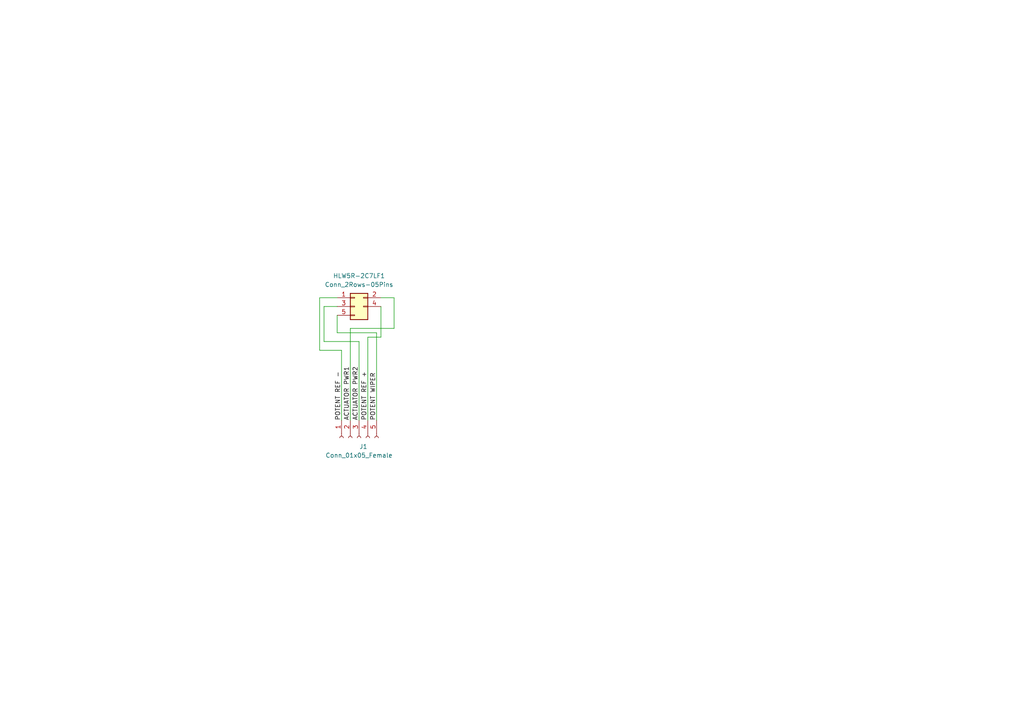
<source format=kicad_sch>
(kicad_sch (version 20211123) (generator eeschema)
  (paper "A4")
  (lib_symbols
    (symbol "Connector:Conn_01x05_Female" (pin_names (offset 1.016) hide)
      (property "Reference" "J" (at 0 7.62 0))
      (property "Value" "Conn_01x05_Female" (at 0 -7.62 0))
      (symbol "Conn_01x05_Female_1_1"
        (arc (start 0 -4.572) (mid -0.508 -5.08) (end 0 -5.588) (stroke (width 0.1524)))
        (arc (start 0 -2.032) (mid -0.508 -2.54) (end 0 -3.048) (stroke (width 0.1524)))
        (polyline (pts (xy -1.27 -5.08) (xy -0.508 -5.08)) (stroke (width 0.1524)))
        (polyline (pts (xy -1.27 -2.54) (xy -0.508 -2.54)) (stroke (width 0.1524)))
        (polyline (pts (xy -1.27 0) (xy -0.508 0)) (stroke (width 0.1524)))
        (polyline (pts (xy -1.27 2.54) (xy -0.508 2.54)) (stroke (width 0.1524)))
        (polyline (pts (xy -1.27 5.08) (xy -0.508 5.08)) (stroke (width 0.1524)))
        (arc (start 0 0.508) (mid -0.508 0) (end 0 -0.508) (stroke (width 0.1524)))
        (arc (start 0 3.048) (mid -0.508 2.54) (end 0 2.032) (stroke (width 0.1524)))
        (arc (start 0 5.588) (mid -0.508 5.08) (end 0 4.572) (stroke (width 0.1524)))
        (pin passive line (at -5.08 5.08 0) (length 3.81) (name "Pin_1") (number "1"))
        (pin passive line (at -5.08 2.54 0) (length 3.81) (name "Pin_2") (number "2"))
        (pin passive line (at -5.08 0 0) (length 3.81) (name "Pin_3") (number "3"))
        (pin passive line (at -5.08 -2.54 0) (length 3.81) (name "Pin_4") (number "4"))
        (pin passive line (at -5.08 -5.08 0) (length 3.81) (name "Pin_5") (number "5"))
      )
    )
    (symbol "Connector_Generic:Conn_2Rows-05Pins" (pin_names (offset 1.016) hide)
      (property "Reference" "J" (at 1.27 5.08 0))
      (property "Value" "Conn_2Rows-05Pins" (at 1.27 -5.08 0))
      (symbol "Conn_2Rows-05Pins_1_1"
        (rectangle (start -1.27 -2.413) (end 0 -2.667) (stroke (width 0.1524)))
        (rectangle (start -1.27 0.127) (end 0 -0.127) (stroke (width 0.1524)))
        (rectangle (start -1.27 2.667) (end 0 2.413) (stroke (width 0.1524)))
        (rectangle (start -1.27 3.81) (end 3.81 -3.81) (stroke (width 0.254)) (fill (type background)))
        (rectangle (start 3.81 0.127) (end 2.54 -0.127) (stroke (width 0.1524)))
        (rectangle (start 3.81 2.667) (end 2.54 2.413) (stroke (width 0.1524)))
        (pin passive line (at -5.08 2.54 0) (length 3.81) (name "Pin_1") (number "1"))
        (pin passive line (at 7.62 2.54 180) (length 3.81) (name "Pin_2") (number "2"))
        (pin passive line (at -5.08 0 0) (length 3.81) (name "Pin_3") (number "3"))
        (pin passive line (at 7.62 0 180) (length 3.81) (name "Pin_4") (number "4"))
        (pin passive line (at -5.08 -2.54 0) (length 3.81) (name "Pin_5") (number "5"))
      )
    )
  )
  (wire (pts (xy 110.49 88.9) (xy 110.49 97.79)))
  (wire (pts (xy 109.22 96.52) (xy 109.22 121.92)))
  (wire (pts (xy 97.79 91.44) (xy 97.79 96.52)))
  (wire (pts (xy 101.6 95.25) (xy 101.6 121.92)))
  (wire (pts (xy 99.06 101.6) (xy 99.06 121.92)))
  (wire (pts (xy 106.68 97.79) (xy 106.68 121.92)))
  (wire (pts (xy 93.98 88.9) (xy 93.98 99.06)))
  (wire (pts (xy 97.79 86.36) (xy 92.71 86.36)))
  (wire (pts (xy 114.3 86.36) (xy 114.3 95.25)))
  (wire (pts (xy 110.49 86.36) (xy 114.3 86.36)))
  (wire (pts (xy 104.14 99.06) (xy 104.14 121.92)))
  (wire (pts (xy 93.98 99.06) (xy 104.14 99.06)))
  (wire (pts (xy 92.71 86.36) (xy 92.71 101.6)))
  (wire (pts (xy 97.79 88.9) (xy 93.98 88.9)))
  (wire (pts (xy 92.71 101.6) (xy 99.06 101.6)))
  (wire (pts (xy 110.49 97.79) (xy 106.68 97.79)))
  (wire (pts (xy 97.79 96.52) (xy 109.22 96.52)))
  (wire (pts (xy 114.3 95.25) (xy 101.6 95.25)))
  (label "ACTUATOR PWR2" (at 104.14 121.92 90))
  (label "POTENT REF +" (at 106.68 121.92 90))
  (label "POTENT WIPER" (at 109.22 121.92 90))
  (label "ACTUATOR PWR1" (at 101.6 121.92 90))
  (label "POTENT REF -" (at 99.06 121.92 90))
  (symbol (lib_id "Connector:Conn_01x05_Female") (at 104.14 127 90) (mirror x) (unit 1)
    (property "Reference" "J1" (at 105.41 129.54 90))
    (property "Value" "Conn_01x05_Female" (at 104.14 132.08 90))
    (property "Footprint" "Connector_PinHeader_2.54mm:PinHeader_1x05_P2.54mm_Vertical" (effects hide))
  )
  (symbol (lib_id "Connector_Generic:Conn_2Rows-05Pins") (at 102.87 88.9 0) (unit 1)
    (property "Reference" "HLW5R-2C7LF1" (at 104.14 80.01 0))
    (property "Value" "Conn_2Rows-05Pins" (at 104.14 82.55 0))
    (property "Footprint" "Library:HLW5R-2C7LF" (effects hide))
  )
)
</source>
